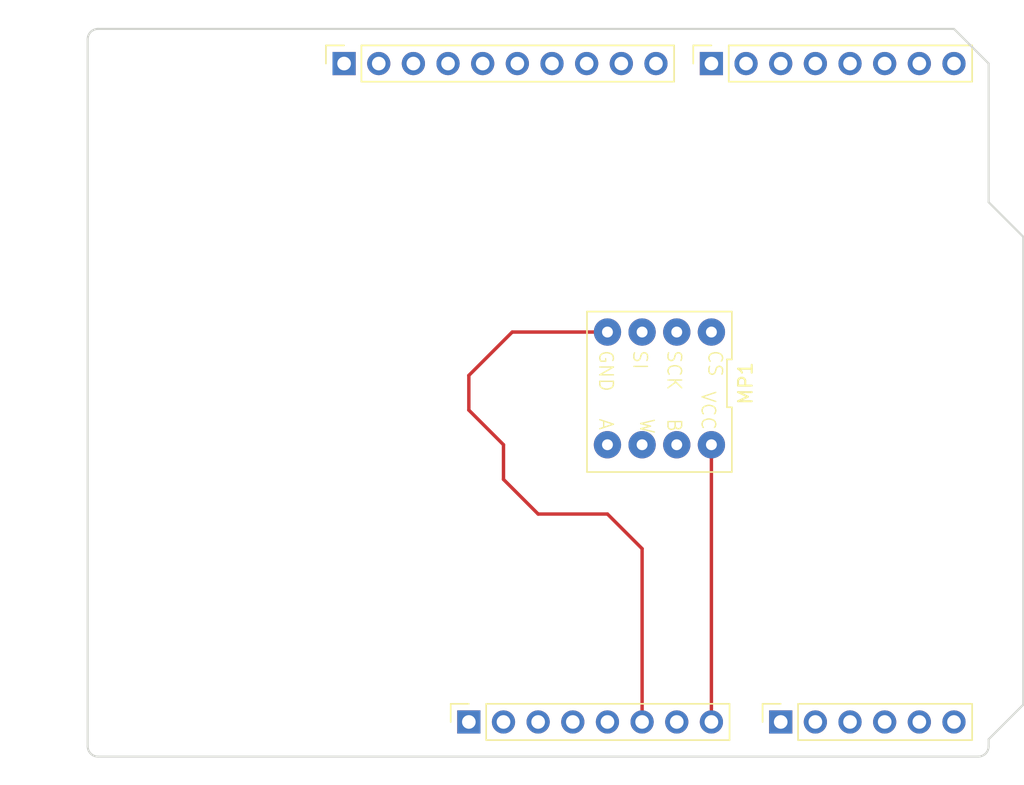
<source format=kicad_pcb>
(kicad_pcb (version 20221018) (generator pcbnew)
  (title_block (date "mar. 31 mars 2015"))
  (layers (0 "F.Cu" signal) (31 "B.Cu" signal) (34 "B.Paste" user) (35 "F.Paste" user) (36 "B.SilkS" user "B.Silkscreen") (37 "F.SilkS" user "F.Silkscreen") (38 "B.Mask" user) (39 "F.Mask" user) (44 "Edge.Cuts" user))
  (net 0 "")
  (net 1 "GND")
  (net 3 "+5V")
  (net 4 "/IOREF")
  (net 5 "/A0")
  (net 6 "/A1")
  (net 7 "/A2")
  (net 8 "/A3")
  (net 9 "/SDA{slash}A4")
  (net 10 "/SCL{slash}A5")
  (net 11 "/13")
  (net 12 "/12")
  (net 13 "/AREF")
  (net 14 "/8")
  (net 15 "/7")
  (net 16 "/*11")
  (net 17 "/*10")
  (net 18 "/*9")
  (net 19 "/4")
  (net 20 "/2")
  (net 21 "/*6")
  (net 22 "/*5")
  (net 23 "/TX{slash}1")
  (net 24 "/*3")
  (net 25 "/RX{slash}0")
  (net 26 "+3V3")
  (net 27 "VCC")
  (net 28 "/~{RESET}")
  (footprint "Connector_PinSocket_2.54mm:PinSocket_1x08_P2.54mm_Vertical" (layer "F.Cu") (at 127.94 97.46 90)
    (fp_text reference "J1" hide)
    (fp_text value "Power")
    (fp_line (start -1.33 1.27) (end -1.33 19.11) (stroke (width 0.12)) (layer "F.SilkS"))
    (fp_line (start -1.33 1.27) (end 1.33 1.27) (stroke (width 0.12)) (layer "F.SilkS"))
    (fp_line (start -1.33 19.11) (end 1.33 19.11) (stroke (width 0.12)) (layer "F.SilkS"))
    (fp_line (start 0 -1.33) (end 1.33 -1.33) (stroke (width 0.12)) (layer "F.SilkS"))
    (fp_line (start 1.33 -1.33) (end 1.33 0) (stroke (width 0.12)) (layer "F.SilkS"))
    (fp_line (start 1.33 1.27) (end 1.33 19.11) (stroke (width 0.12)) (layer "F.SilkS"))
    (pad "1" thru_hole rect locked (at 0 0 90) (size 1.7 1.7) (drill 1) (layers "*.Cu" "*.Mask"))
    (pad "2" thru_hole oval locked (at 0 2.54 90) (size 1.7 1.7) (drill 1) (layers "*.Cu" "*.Mask") (net 4 "/IOREF"))
    (pad "3" thru_hole oval locked (at 0 5.08 90) (size 1.7 1.7) (drill 1) (layers "*.Cu" "*.Mask") (net 28 "/~{RESET}"))
    (pad "4" thru_hole oval locked (at 0 7.62 90) (size 1.7 1.7) (drill 1) (layers "*.Cu" "*.Mask") (net 26 "+3V3"))
    (pad "5" thru_hole oval locked (at 0 10.16 90) (size 1.7 1.7) (drill 1) (layers "*.Cu" "*.Mask") (net 3 "+5V"))
    (pad "6" thru_hole oval locked (at 0 12.7 90) (size 1.7 1.7) (drill 1) (layers "*.Cu" "*.Mask") (net 1 "GND"))
    (pad "7" thru_hole oval locked (at 0 15.24 90) (size 1.7 1.7) (drill 1) (layers "*.Cu" "*.Mask") (net 1 "GND"))
    (pad "8" thru_hole oval locked (at 0 17.78 90) (size 1.7 1.7) (drill 1) (layers "*.Cu" "*.Mask") (net 27 "VCC"))
  )
  (footprint "Connector_PinSocket_2.54mm:PinSocket_1x06_P2.54mm_Vertical" (layer "F.Cu") (at 150.8 97.46 90)
    (fp_text reference "J3" hide)
    (fp_text value "Analog")
    (fp_line (start -1.33 1.27) (end -1.33 14.03) (stroke (width 0.12)) (layer "F.SilkS"))
    (fp_line (start -1.33 1.27) (end 1.33 1.27) (stroke (width 0.12)) (layer "F.SilkS"))
    (fp_line (start -1.33 14.03) (end 1.33 14.03) (stroke (width 0.12)) (layer "F.SilkS"))
    (fp_line (start 0 -1.33) (end 1.33 -1.33) (stroke (width 0.12)) (layer "F.SilkS"))
    (fp_line (start 1.33 -1.33) (end 1.33 0) (stroke (width 0.12)) (layer "F.SilkS"))
    (fp_line (start 1.33 1.27) (end 1.33 14.03) (stroke (width 0.12)) (layer "F.SilkS"))
    (pad "1" thru_hole rect locked (at 0 0 90) (size 1.7 1.7) (drill 1) (layers "*.Cu" "*.Mask") (net 5 "/A0"))
    (pad "2" thru_hole oval locked (at 0 2.54 90) (size 1.7 1.7) (drill 1) (layers "*.Cu" "*.Mask") (net 6 "/A1"))
    (pad "3" thru_hole oval locked (at 0 5.08 90) (size 1.7 1.7) (drill 1) (layers "*.Cu" "*.Mask") (net 7 "/A2"))
    (pad "4" thru_hole oval locked (at 0 7.62 90) (size 1.7 1.7) (drill 1) (layers "*.Cu" "*.Mask") (net 8 "/A3"))
    (pad "5" thru_hole oval locked (at 0 10.16 90) (size 1.7 1.7) (drill 1) (layers "*.Cu" "*.Mask") (net 9 "/SDA{slash}A4"))
    (pad "6" thru_hole oval locked (at 0 12.7 90) (size 1.7 1.7) (drill 1) (layers "*.Cu" "*.Mask") (net 10 "/SCL{slash}A5"))
  )
  (footprint "Connector_PinSocket_2.54mm:PinSocket_1x10_P2.54mm_Vertical" (layer "F.Cu") (at 118.796 49.2 90)
    (fp_text reference "J2" hide)
    (fp_text value "Digital/PWM")
    (fp_line (start -1.33 1.27) (end -1.33 24.19) (stroke (width 0.12)) (layer "F.SilkS"))
    (fp_line (start -1.33 1.27) (end 1.33 1.27) (stroke (width 0.12)) (layer "F.SilkS"))
    (fp_line (start -1.33 24.19) (end 1.33 24.19) (stroke (width 0.12)) (layer "F.SilkS"))
    (fp_line (start 0 -1.33) (end 1.33 -1.33) (stroke (width 0.12)) (layer "F.SilkS"))
    (fp_line (start 1.33 -1.33) (end 1.33 0) (stroke (width 0.12)) (layer "F.SilkS"))
    (fp_line (start 1.33 1.27) (end 1.33 24.19) (stroke (width 0.12)) (layer "F.SilkS"))
    (pad "1" thru_hole rect locked (at 0 0 90) (size 1.7 1.7) (drill 1) (layers "*.Cu" "*.Mask") (net 10 "/SCL{slash}A5"))
    (pad "2" thru_hole oval locked (at 0 2.54 90) (size 1.7 1.7) (drill 1) (layers "*.Cu" "*.Mask") (net 9 "/SDA{slash}A4"))
    (pad "3" thru_hole oval locked (at 0 5.08 90) (size 1.7 1.7) (drill 1) (layers "*.Cu" "*.Mask") (net 13 "/AREF"))
    (pad "4" thru_hole oval locked (at 0 7.62 90) (size 1.7 1.7) (drill 1) (layers "*.Cu" "*.Mask") (net 1 "GND"))
    (pad "5" thru_hole oval locked (at 0 10.16 90) (size 1.7 1.7) (drill 1) (layers "*.Cu" "*.Mask") (net 11 "/13"))
    (pad "6" thru_hole oval locked (at 0 12.7 90) (size 1.7 1.7) (drill 1) (layers "*.Cu" "*.Mask") (net 12 "/12"))
    (pad "7" thru_hole oval locked (at 0 15.24 90) (size 1.7 1.7) (drill 1) (layers "*.Cu" "*.Mask") (net 16 "/*11"))
    (pad "8" thru_hole oval locked (at 0 17.78 90) (size 1.7 1.7) (drill 1) (layers "*.Cu" "*.Mask") (net 17 "/*10"))
    (pad "9" thru_hole oval locked (at 0 20.32 90) (size 1.7 1.7) (drill 1) (layers "*.Cu" "*.Mask") (net 18 "/*9"))
    (pad "10" thru_hole oval locked (at 0 22.86 90) (size 1.7 1.7) (drill 1) (layers "*.Cu" "*.Mask") (net 14 "/8"))
  )
  (footprint "Connector_PinSocket_2.54mm:PinSocket_1x08_P2.54mm_Vertical" (layer "F.Cu") (at 145.72 49.2 90)
    (fp_text reference "J4" hide)
    (fp_text value "Digital/PWM")
    (fp_line (start -1.33 1.27) (end -1.33 19.11) (stroke (width 0.12)) (layer "F.SilkS"))
    (fp_line (start -1.33 1.27) (end 1.33 1.27) (stroke (width 0.12)) (layer "F.SilkS"))
    (fp_line (start -1.33 19.11) (end 1.33 19.11) (stroke (width 0.12)) (layer "F.SilkS"))
    (fp_line (start 0 -1.33) (end 1.33 -1.33) (stroke (width 0.12)) (layer "F.SilkS"))
    (fp_line (start 1.33 -1.33) (end 1.33 0) (stroke (width 0.12)) (layer "F.SilkS"))
    (fp_line (start 1.33 1.27) (end 1.33 19.11) (stroke (width 0.12)) (layer "F.SilkS"))
    (pad "1" thru_hole rect locked (at 0 0 90) (size 1.7 1.7) (drill 1) (layers "*.Cu" "*.Mask") (net 15 "/7"))
    (pad "2" thru_hole oval locked (at 0 2.54 90) (size 1.7 1.7) (drill 1) (layers "*.Cu" "*.Mask") (net 21 "/*6"))
    (pad "3" thru_hole oval locked (at 0 5.08 90) (size 1.7 1.7) (drill 1) (layers "*.Cu" "*.Mask") (net 22 "/*5"))
    (pad "4" thru_hole oval locked (at 0 7.62 90) (size 1.7 1.7) (drill 1) (layers "*.Cu" "*.Mask") (net 19 "/4"))
    (pad "5" thru_hole oval locked (at 0 10.16 90) (size 1.7 1.7) (drill 1) (layers "*.Cu" "*.Mask") (net 24 "/*3"))
    (pad "6" thru_hole oval locked (at 0 12.7 90) (size 1.7 1.7) (drill 1) (layers "*.Cu" "*.Mask") (net 20 "/2"))
    (pad "7" thru_hole oval locked (at 0 15.24 90) (size 1.7 1.7) (drill 1) (layers "*.Cu" "*.Mask") (net 23 "/TX{slash}1"))
    (pad "8" thru_hole oval locked (at 0 17.78 90) (size 1.7 1.7) (drill 1) (layers "*.Cu" "*.Mask") (net 25 "/RX{slash}0"))
  )
  (footprint "Arduino_MountingHole:MountingHole_3.2mm" (layer "F.Cu") (at 115.24 49.2)
    (fp_text reference "MH1" hide)
    (fp_text value "MountingHole_3.2mm" hide)
    (pad "" np_thru_hole circle locked (at 0 0) (size 3.2 3.2) (drill 3.2) (layers "*.Cu" "*.Mask"))
  )
  (footprint "Guarrempreintes:MCP41050" (layer "F.Cu") (at 141.91 72.64 180)
    (fp_text reference "MP1" (at -6.31 0 90) (layer "F.SilkS"))
    (fp_text value "~")
    (fp_text user "VCC" (at -3 -0.5 270 unlocked) (layer "F.SilkS") (effects (font (thickness 0.1)) (justify left bottom)))
    (fp_text user "A" (at 4.5 -2.5 270 unlocked) (layer "F.SilkS") (effects (font (thickness 0.1)) (justify left bottom)))
    (fp_text user "SCK" (at -0.5 2.5 270 unlocked) (layer "F.SilkS") (effects (font (thickness 0.1)) (justify left bottom)))
    (fp_text user "W" (at 1.5 -2.5 270 unlocked) (layer "F.SilkS") (effects (font (thickness 0.1)) (justify left bottom)))
    (fp_text user "SI" (at 2 2.5 270 unlocked) (layer "F.SilkS") (effects (font (thickness 0.1)) (justify left bottom)))
    (fp_text user "B" (at -0.5 -2.5 270 unlocked) (layer "F.SilkS") (effects (font (thickness 0.1)) (justify left bottom)))
    (fp_text user "GND" (at 4.5 2.5 270 unlocked) (layer "F.SilkS") (effects (font (thickness 0.1)) (justify left bottom)))
    (fp_text user "CS" (at -3.5 2.5 270 unlocked) (layer "F.SilkS") (effects (font (thickness 0.1)) (justify left bottom)))
    (fp_line (start -5.31 -6.5) (end -5.31 -1.753333) (stroke (width 0.12)) (layer "F.SilkS"))
    (fp_line (start -5.31 -1.753333) (end -4.95 -1.753333) (stroke (width 0.12)) (layer "F.SilkS"))
    (fp_line (start -5.31 1.753333) (end -5.31 5.26) (stroke (width 0.12)) (layer "F.SilkS"))
    (fp_line (start -5.31 5.26) (end 5.31 5.26) (stroke (width 0.12)) (layer "F.SilkS"))
    (fp_line (start -4.95 -1.753333) (end -4.95 1.753333) (stroke (width 0.12)) (layer "F.SilkS"))
    (fp_line (start -4.95 1.753333) (end -5.31 1.753333) (stroke (width 0.12)) (layer "F.SilkS"))
    (fp_line (start 5.31 -6.5) (end -5.31 -6.5) (stroke (width 0.12)) (layer "F.SilkS"))
    (fp_line (start 5.31 5.26) (end 5.31 -6.5) (stroke (width 0.12)) (layer "F.SilkS"))
    (pad "1" thru_hole circle (at -3.81 3.76 180) (size 2 2) (drill 0.8) (layers "*.Cu" "*.Mask"))
    (pad "2" thru_hole circle (at -1.27 3.76 180) (size 2 2) (drill 0.8) (layers "*.Cu" "*.Mask"))
    (pad "3" thru_hole circle (at 1.27 3.76 180) (size 2 2) (drill 0.8) (layers "*.Cu" "*.Mask"))
    (pad "4" thru_hole circle (at 3.81 3.76 180) (size 2 2) (drill 0.8) (layers "*.Cu" "*.Mask") (net 1 "GND"))
    (pad "5" thru_hole circle (at 3.81 -4.5 180) (size 2 2) (drill 0.8) (layers "*.Cu" "*.Mask"))
    (pad "6" thru_hole circle (at 1.27 -4.5 180) (size 2 2) (drill 0.8) (layers "*.Cu" "*.Mask"))
    (pad "7" thru_hole circle (at -1.27 -4.5 180) (size 2 2) (drill 0.8) (layers "*.Cu" "*.Mask"))
    (pad "8" thru_hole circle (at -3.81 -4.5 180) (size 2 2) (drill 0.8) (layers "*.Cu" "*.Mask") (net 27 "VCC"))
  )
  (footprint "Arduino_MountingHole:MountingHole_3.2mm" (layer "F.Cu") (at 113.97 97.46)
    (fp_text reference "MH2" hide)
    (fp_text value "MountingHole_3.2mm" hide)
    (pad "" np_thru_hole circle locked (at 0 0) (size 3.2 3.2) (drill 3.2) (layers "*.Cu" "*.Mask"))
  )
  (footprint "Arduino_MountingHole:MountingHole_3.2mm" (layer "F.Cu") (at 166.04 64.44)
    (fp_text reference "MH3" hide)
    (fp_text value "MountingHole_3.2mm" hide)
    (pad "" np_thru_hole circle locked (at 0 0) (size 3.2 3.2) (drill 3.2) (layers "*.Cu" "*.Mask"))
  )
  (footprint "Arduino_MountingHole:MountingHole_3.2mm" (layer "F.Cu") (at 166.04 92.38)
    (fp_text reference "MH4" hide)
    (fp_text value "MountingHole_3.2mm" hide)
    (pad "" np_thru_hole circle locked (at 0 0) (size 3.2 3.2) (drill 3.2) (layers "*.Cu" "*.Mask"))
  )
  (gr_line (start 166.04 59.36) (end 168.58 61.9) (stroke (width 0.15)) (layer "Edge.Cuts"))
  (gr_line (start 100 99.238) (end 100 47.422) (stroke (width 0.15)) (layer "Edge.Cuts"))
  (gr_line (start 168.58 61.9) (end 168.58 96.19) (stroke (width 0.15)) (layer "Edge.Cuts"))
  (gr_line (start 165.278 100) (end 100.762 100) (stroke (width 0.15)) (layer "Edge.Cuts"))
  (gr_line (start 100.762 46.66) (end 163.5 46.66) (stroke (width 0.15)) (layer "Edge.Cuts"))
  (gr_arc (start 100.762 100) (mid 100.223185 99.776815) (end 100 99.238) (stroke (width 0.15)) (layer "Edge.Cuts"))
  (gr_line (start 168.58 96.19) (end 166.04 98.73) (stroke (width 0.15)) (layer "Edge.Cuts"))
  (gr_line (start 163.5 46.66) (end 166.04 49.2) (stroke (width 0.15)) (layer "Edge.Cuts"))
  (gr_arc (start 166.04 99.238) (mid 165.816815 99.776815) (end 165.278 100) (stroke (width 0.15)) (layer "Edge.Cuts"))
  (gr_line (start 166.04 49.2) (end 166.04 59.36) (stroke (width 0.15)) (layer "Edge.Cuts"))
  (gr_line (start 166.04 98.73) (end 166.04 99.238) (stroke (width 0.15)) (layer "Edge.Cuts"))
  (gr_arc (start 100 47.422) (mid 100.223185 46.883185) (end 100.762 46.66) (stroke (width 0.15)) (layer "Edge.Cuts"))
  (segment (start 133.02 82.22) (end 138.1 82.22) (width 0.25) (layer "F.Cu") (net 1))
  (segment (start 140.64 84.76) (end 140.64 97.46) (width 0.25) (layer "F.Cu") (net 1))
  (segment (start 127.94 74.6) (end 130.48 77.14) (width 0.25) (layer "F.Cu") (net 1))
  (segment (start 130.48 77.14) (end 130.48 79.68) (width 0.25) (layer "F.Cu") (net 1))
  (segment (start 138.1 68.88) (end 131.12 68.88) (width 0.25) (layer "F.Cu") (net 1))
  (segment (start 127.94 72.06) (end 127.94 74.6) (width 0.25) (layer "F.Cu") (net 1))
  (segment (start 131.12 68.88) (end 127.94 72.06) (width 0.25) (layer "F.Cu") (net 1))
  (segment (start 138.1 82.22) (end 140.64 84.76) (width 0.25) (layer "F.Cu") (net 1))
  (segment (start 130.48 79.68) (end 133.02 82.22) (width 0.25) (layer "F.Cu") (net 1))
  (segment (start 145.72 77.14) (end 145.72 97.46) (width 0.25) (layer "F.Cu") (net 27))
)
</source>
